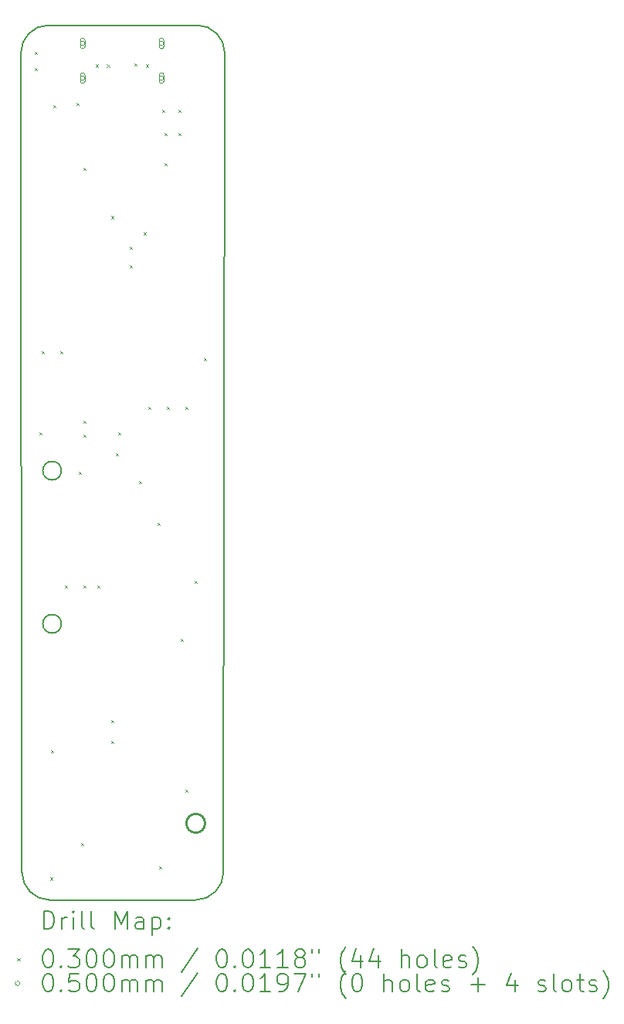
<source format=gbr>
%TF.GenerationSoftware,KiCad,Pcbnew,9.0.3*%
%TF.CreationDate,2025-09-25T22:47:42-04:00*%
%TF.ProjectId,Photon,50686f74-6f6e-42e6-9b69-6361645f7063,1.3*%
%TF.SameCoordinates,Original*%
%TF.FileFunction,Drillmap*%
%TF.FilePolarity,Positive*%
%FSLAX45Y45*%
G04 Gerber Fmt 4.5, Leading zero omitted, Abs format (unit mm)*
G04 Created by KiCad (PCBNEW 9.0.3) date 2025-09-25 22:47:42*
%MOMM*%
%LPD*%
G01*
G04 APERTURE LIST*
%ADD10C,0.200000*%
%ADD11C,0.250000*%
%ADD12C,0.100000*%
G04 APERTURE END LIST*
D10*
X4191000Y-11277600D02*
X4177926Y-2311400D01*
X4622800Y-6883400D02*
G75*
G02*
X4419600Y-6883400I-101600J0D01*
G01*
X4419600Y-6883400D02*
G75*
G02*
X4622800Y-6883400I101600J0D01*
G01*
X6109074Y-2006600D02*
G75*
G02*
X6413870Y-2311400I-4J-304800D01*
G01*
X6413870Y-2311400D02*
X6400800Y-11277600D01*
X6096000Y-11582400D02*
X4495800Y-11582400D01*
X4622800Y-8559800D02*
G75*
G02*
X4419600Y-8559800I-101600J0D01*
G01*
X4419600Y-8559800D02*
G75*
G02*
X4622800Y-8559800I101600J0D01*
G01*
X4177926Y-2311400D02*
G75*
G02*
X4482726Y-2006596I304804J0D01*
G01*
X6400800Y-11277600D02*
G75*
G02*
X6096000Y-11582400I-304800J0D01*
G01*
X4482726Y-2006600D02*
X6109074Y-2006600D01*
X4495800Y-11582400D02*
G75*
G02*
X4191000Y-11277600I0J304800D01*
G01*
D11*
X6198150Y-10744200D02*
G75*
G02*
X5993849Y-10744200I-102151J0D01*
G01*
X5993849Y-10744200D02*
G75*
G02*
X6198150Y-10744200I102151J0D01*
G01*
D10*
D12*
X4328400Y-2296400D02*
X4358400Y-2326400D01*
X4358400Y-2296400D02*
X4328400Y-2326400D01*
X4328400Y-2474200D02*
X4358400Y-2504200D01*
X4358400Y-2474200D02*
X4328400Y-2504200D01*
X4379200Y-6462000D02*
X4409200Y-6492000D01*
X4409200Y-6462000D02*
X4379200Y-6492000D01*
X4404600Y-5573000D02*
X4434600Y-5603000D01*
X4434600Y-5573000D02*
X4404600Y-5603000D01*
X4499900Y-11332500D02*
X4529900Y-11362500D01*
X4529900Y-11332500D02*
X4499900Y-11362500D01*
X4506200Y-9941800D02*
X4536200Y-9971800D01*
X4536200Y-9941800D02*
X4506200Y-9971800D01*
X4531600Y-2880600D02*
X4561600Y-2910600D01*
X4561600Y-2880600D02*
X4531600Y-2910600D01*
X4607800Y-5573000D02*
X4637800Y-5603000D01*
X4637800Y-5573000D02*
X4607800Y-5603000D01*
X4658600Y-8138400D02*
X4688600Y-8168400D01*
X4688600Y-8138400D02*
X4658600Y-8168400D01*
X4785600Y-2855200D02*
X4815600Y-2885200D01*
X4815600Y-2855200D02*
X4785600Y-2885200D01*
X4811000Y-6893800D02*
X4841000Y-6923800D01*
X4841000Y-6893800D02*
X4811000Y-6923800D01*
X4836400Y-10957800D02*
X4866400Y-10987800D01*
X4866400Y-10957800D02*
X4836400Y-10987800D01*
X4861800Y-3566400D02*
X4891800Y-3596400D01*
X4891800Y-3566400D02*
X4861800Y-3596400D01*
X4861800Y-6335000D02*
X4891800Y-6365000D01*
X4891800Y-6335000D02*
X4861800Y-6365000D01*
X4861800Y-6487400D02*
X4891800Y-6517400D01*
X4891800Y-6487400D02*
X4861800Y-6517400D01*
X4861800Y-8138400D02*
X4891800Y-8168400D01*
X4891800Y-8138400D02*
X4861800Y-8168400D01*
X4997880Y-2437600D02*
X5027880Y-2467600D01*
X5027880Y-2437600D02*
X4997880Y-2467600D01*
X5014200Y-8138400D02*
X5044200Y-8168400D01*
X5044200Y-8138400D02*
X5014200Y-8168400D01*
X5120880Y-2437600D02*
X5150880Y-2467600D01*
X5150880Y-2437600D02*
X5120880Y-2467600D01*
X5166600Y-4093500D02*
X5196600Y-4123500D01*
X5196600Y-4093500D02*
X5166600Y-4123500D01*
X5166600Y-9611600D02*
X5196600Y-9641600D01*
X5196600Y-9611600D02*
X5166600Y-9641600D01*
X5166600Y-9840200D02*
X5196600Y-9870200D01*
X5196600Y-9840200D02*
X5166600Y-9870200D01*
X5217400Y-6690600D02*
X5247400Y-6720600D01*
X5247400Y-6690600D02*
X5217400Y-6720600D01*
X5242800Y-6462000D02*
X5272800Y-6492000D01*
X5272800Y-6462000D02*
X5242800Y-6492000D01*
X5369800Y-4430000D02*
X5399800Y-4460000D01*
X5399800Y-4430000D02*
X5369800Y-4460000D01*
X5369800Y-4633200D02*
X5399800Y-4663200D01*
X5399800Y-4633200D02*
X5369800Y-4663200D01*
X5420600Y-2423400D02*
X5450600Y-2453400D01*
X5450600Y-2423400D02*
X5420600Y-2453400D01*
X5471400Y-6995400D02*
X5501400Y-7025400D01*
X5501400Y-6995400D02*
X5471400Y-7025400D01*
X5522200Y-4271300D02*
X5552200Y-4301300D01*
X5552200Y-4271300D02*
X5522200Y-4301300D01*
X5547600Y-2437600D02*
X5577600Y-2467600D01*
X5577600Y-2437600D02*
X5547600Y-2467600D01*
X5573000Y-6182600D02*
X5603000Y-6212600D01*
X5603000Y-6182600D02*
X5573000Y-6212600D01*
X5674600Y-7452600D02*
X5704600Y-7482600D01*
X5704600Y-7452600D02*
X5674600Y-7482600D01*
X5690700Y-11211800D02*
X5720700Y-11241800D01*
X5720700Y-11211800D02*
X5690700Y-11241800D01*
X5725400Y-2931400D02*
X5755400Y-2961400D01*
X5755400Y-2931400D02*
X5725400Y-2961400D01*
X5750800Y-3185400D02*
X5780800Y-3215400D01*
X5780800Y-3185400D02*
X5750800Y-3215400D01*
X5750800Y-3515600D02*
X5780800Y-3545600D01*
X5780800Y-3515600D02*
X5750800Y-3545600D01*
X5776200Y-6182600D02*
X5806200Y-6212600D01*
X5806200Y-6182600D02*
X5776200Y-6212600D01*
X5903200Y-2931400D02*
X5933200Y-2961400D01*
X5933200Y-2931400D02*
X5903200Y-2961400D01*
X5903200Y-3185400D02*
X5933200Y-3215400D01*
X5933200Y-3185400D02*
X5903200Y-3215400D01*
X5928600Y-8722600D02*
X5958600Y-8752600D01*
X5958600Y-8722600D02*
X5928600Y-8752600D01*
X5979400Y-6182600D02*
X6009400Y-6212600D01*
X6009400Y-6182600D02*
X5979400Y-6212600D01*
X5979400Y-10373600D02*
X6009400Y-10403600D01*
X6009400Y-10373600D02*
X5979400Y-10403600D01*
X6081000Y-8087600D02*
X6111000Y-8117600D01*
X6111000Y-8087600D02*
X6081000Y-8117600D01*
X6182600Y-5649200D02*
X6212600Y-5679200D01*
X6212600Y-5649200D02*
X6182600Y-5679200D01*
X4880880Y-2206000D02*
G75*
G02*
X4830880Y-2206000I-25000J0D01*
G01*
X4830880Y-2206000D02*
G75*
G02*
X4880880Y-2206000I25000J0D01*
G01*
X4880880Y-2241000D02*
X4880880Y-2171000D01*
X4830880Y-2171000D02*
G75*
G02*
X4880880Y-2171000I25000J0D01*
G01*
X4830880Y-2171000D02*
X4830880Y-2241000D01*
X4830880Y-2241000D02*
G75*
G03*
X4880880Y-2241000I25000J0D01*
G01*
X4880880Y-2586000D02*
G75*
G02*
X4830880Y-2586000I-25000J0D01*
G01*
X4830880Y-2586000D02*
G75*
G02*
X4880880Y-2586000I25000J0D01*
G01*
X4880880Y-2621000D02*
X4880880Y-2551000D01*
X4830880Y-2551000D02*
G75*
G02*
X4880880Y-2551000I25000J0D01*
G01*
X4830880Y-2551000D02*
X4830880Y-2621000D01*
X4830880Y-2621000D02*
G75*
G03*
X4880880Y-2621000I25000J0D01*
G01*
X5744880Y-2206000D02*
G75*
G02*
X5694880Y-2206000I-25000J0D01*
G01*
X5694880Y-2206000D02*
G75*
G02*
X5744880Y-2206000I25000J0D01*
G01*
X5744880Y-2241000D02*
X5744880Y-2171000D01*
X5694880Y-2171000D02*
G75*
G02*
X5744880Y-2171000I25000J0D01*
G01*
X5694880Y-2171000D02*
X5694880Y-2241000D01*
X5694880Y-2241000D02*
G75*
G03*
X5744880Y-2241000I25000J0D01*
G01*
X5744880Y-2586000D02*
G75*
G02*
X5694880Y-2586000I-25000J0D01*
G01*
X5694880Y-2586000D02*
G75*
G02*
X5744880Y-2586000I25000J0D01*
G01*
X5744880Y-2621000D02*
X5744880Y-2551000D01*
X5694880Y-2551000D02*
G75*
G02*
X5744880Y-2551000I25000J0D01*
G01*
X5694880Y-2551000D02*
X5694880Y-2621000D01*
X5694880Y-2621000D02*
G75*
G03*
X5744880Y-2621000I25000J0D01*
G01*
D10*
X4428703Y-11903884D02*
X4428703Y-11703884D01*
X4428703Y-11703884D02*
X4476322Y-11703884D01*
X4476322Y-11703884D02*
X4504893Y-11713408D01*
X4504893Y-11713408D02*
X4523941Y-11732455D01*
X4523941Y-11732455D02*
X4533465Y-11751503D01*
X4533465Y-11751503D02*
X4542989Y-11789598D01*
X4542989Y-11789598D02*
X4542989Y-11818169D01*
X4542989Y-11818169D02*
X4533465Y-11856265D01*
X4533465Y-11856265D02*
X4523941Y-11875312D01*
X4523941Y-11875312D02*
X4504893Y-11894360D01*
X4504893Y-11894360D02*
X4476322Y-11903884D01*
X4476322Y-11903884D02*
X4428703Y-11903884D01*
X4628703Y-11903884D02*
X4628703Y-11770550D01*
X4628703Y-11808646D02*
X4638227Y-11789598D01*
X4638227Y-11789598D02*
X4647751Y-11780074D01*
X4647751Y-11780074D02*
X4666798Y-11770550D01*
X4666798Y-11770550D02*
X4685846Y-11770550D01*
X4752512Y-11903884D02*
X4752512Y-11770550D01*
X4752512Y-11703884D02*
X4742989Y-11713408D01*
X4742989Y-11713408D02*
X4752512Y-11722931D01*
X4752512Y-11722931D02*
X4762036Y-11713408D01*
X4762036Y-11713408D02*
X4752512Y-11703884D01*
X4752512Y-11703884D02*
X4752512Y-11722931D01*
X4876322Y-11903884D02*
X4857274Y-11894360D01*
X4857274Y-11894360D02*
X4847751Y-11875312D01*
X4847751Y-11875312D02*
X4847751Y-11703884D01*
X4981084Y-11903884D02*
X4962036Y-11894360D01*
X4962036Y-11894360D02*
X4952512Y-11875312D01*
X4952512Y-11875312D02*
X4952512Y-11703884D01*
X5209655Y-11903884D02*
X5209655Y-11703884D01*
X5209655Y-11703884D02*
X5276322Y-11846741D01*
X5276322Y-11846741D02*
X5342989Y-11703884D01*
X5342989Y-11703884D02*
X5342989Y-11903884D01*
X5523941Y-11903884D02*
X5523941Y-11799122D01*
X5523941Y-11799122D02*
X5514417Y-11780074D01*
X5514417Y-11780074D02*
X5495370Y-11770550D01*
X5495370Y-11770550D02*
X5457274Y-11770550D01*
X5457274Y-11770550D02*
X5438227Y-11780074D01*
X5523941Y-11894360D02*
X5504893Y-11903884D01*
X5504893Y-11903884D02*
X5457274Y-11903884D01*
X5457274Y-11903884D02*
X5438227Y-11894360D01*
X5438227Y-11894360D02*
X5428703Y-11875312D01*
X5428703Y-11875312D02*
X5428703Y-11856265D01*
X5428703Y-11856265D02*
X5438227Y-11837217D01*
X5438227Y-11837217D02*
X5457274Y-11827693D01*
X5457274Y-11827693D02*
X5504893Y-11827693D01*
X5504893Y-11827693D02*
X5523941Y-11818169D01*
X5619179Y-11770550D02*
X5619179Y-11970550D01*
X5619179Y-11780074D02*
X5638227Y-11770550D01*
X5638227Y-11770550D02*
X5676322Y-11770550D01*
X5676322Y-11770550D02*
X5695370Y-11780074D01*
X5695370Y-11780074D02*
X5704893Y-11789598D01*
X5704893Y-11789598D02*
X5714417Y-11808646D01*
X5714417Y-11808646D02*
X5714417Y-11865788D01*
X5714417Y-11865788D02*
X5704893Y-11884836D01*
X5704893Y-11884836D02*
X5695370Y-11894360D01*
X5695370Y-11894360D02*
X5676322Y-11903884D01*
X5676322Y-11903884D02*
X5638227Y-11903884D01*
X5638227Y-11903884D02*
X5619179Y-11894360D01*
X5800131Y-11884836D02*
X5809655Y-11894360D01*
X5809655Y-11894360D02*
X5800131Y-11903884D01*
X5800131Y-11903884D02*
X5790608Y-11894360D01*
X5790608Y-11894360D02*
X5800131Y-11884836D01*
X5800131Y-11884836D02*
X5800131Y-11903884D01*
X5800131Y-11780074D02*
X5809655Y-11789598D01*
X5809655Y-11789598D02*
X5800131Y-11799122D01*
X5800131Y-11799122D02*
X5790608Y-11789598D01*
X5790608Y-11789598D02*
X5800131Y-11780074D01*
X5800131Y-11780074D02*
X5800131Y-11799122D01*
D12*
X4137926Y-12217400D02*
X4167926Y-12247400D01*
X4167926Y-12217400D02*
X4137926Y-12247400D01*
D10*
X4466798Y-12123884D02*
X4485846Y-12123884D01*
X4485846Y-12123884D02*
X4504893Y-12133408D01*
X4504893Y-12133408D02*
X4514417Y-12142931D01*
X4514417Y-12142931D02*
X4523941Y-12161979D01*
X4523941Y-12161979D02*
X4533465Y-12200074D01*
X4533465Y-12200074D02*
X4533465Y-12247693D01*
X4533465Y-12247693D02*
X4523941Y-12285788D01*
X4523941Y-12285788D02*
X4514417Y-12304836D01*
X4514417Y-12304836D02*
X4504893Y-12314360D01*
X4504893Y-12314360D02*
X4485846Y-12323884D01*
X4485846Y-12323884D02*
X4466798Y-12323884D01*
X4466798Y-12323884D02*
X4447751Y-12314360D01*
X4447751Y-12314360D02*
X4438227Y-12304836D01*
X4438227Y-12304836D02*
X4428703Y-12285788D01*
X4428703Y-12285788D02*
X4419179Y-12247693D01*
X4419179Y-12247693D02*
X4419179Y-12200074D01*
X4419179Y-12200074D02*
X4428703Y-12161979D01*
X4428703Y-12161979D02*
X4438227Y-12142931D01*
X4438227Y-12142931D02*
X4447751Y-12133408D01*
X4447751Y-12133408D02*
X4466798Y-12123884D01*
X4619179Y-12304836D02*
X4628703Y-12314360D01*
X4628703Y-12314360D02*
X4619179Y-12323884D01*
X4619179Y-12323884D02*
X4609655Y-12314360D01*
X4609655Y-12314360D02*
X4619179Y-12304836D01*
X4619179Y-12304836D02*
X4619179Y-12323884D01*
X4695370Y-12123884D02*
X4819179Y-12123884D01*
X4819179Y-12123884D02*
X4752512Y-12200074D01*
X4752512Y-12200074D02*
X4781084Y-12200074D01*
X4781084Y-12200074D02*
X4800132Y-12209598D01*
X4800132Y-12209598D02*
X4809655Y-12219122D01*
X4809655Y-12219122D02*
X4819179Y-12238169D01*
X4819179Y-12238169D02*
X4819179Y-12285788D01*
X4819179Y-12285788D02*
X4809655Y-12304836D01*
X4809655Y-12304836D02*
X4800132Y-12314360D01*
X4800132Y-12314360D02*
X4781084Y-12323884D01*
X4781084Y-12323884D02*
X4723941Y-12323884D01*
X4723941Y-12323884D02*
X4704893Y-12314360D01*
X4704893Y-12314360D02*
X4695370Y-12304836D01*
X4942989Y-12123884D02*
X4962036Y-12123884D01*
X4962036Y-12123884D02*
X4981084Y-12133408D01*
X4981084Y-12133408D02*
X4990608Y-12142931D01*
X4990608Y-12142931D02*
X5000132Y-12161979D01*
X5000132Y-12161979D02*
X5009655Y-12200074D01*
X5009655Y-12200074D02*
X5009655Y-12247693D01*
X5009655Y-12247693D02*
X5000132Y-12285788D01*
X5000132Y-12285788D02*
X4990608Y-12304836D01*
X4990608Y-12304836D02*
X4981084Y-12314360D01*
X4981084Y-12314360D02*
X4962036Y-12323884D01*
X4962036Y-12323884D02*
X4942989Y-12323884D01*
X4942989Y-12323884D02*
X4923941Y-12314360D01*
X4923941Y-12314360D02*
X4914417Y-12304836D01*
X4914417Y-12304836D02*
X4904893Y-12285788D01*
X4904893Y-12285788D02*
X4895370Y-12247693D01*
X4895370Y-12247693D02*
X4895370Y-12200074D01*
X4895370Y-12200074D02*
X4904893Y-12161979D01*
X4904893Y-12161979D02*
X4914417Y-12142931D01*
X4914417Y-12142931D02*
X4923941Y-12133408D01*
X4923941Y-12133408D02*
X4942989Y-12123884D01*
X5133465Y-12123884D02*
X5152513Y-12123884D01*
X5152513Y-12123884D02*
X5171560Y-12133408D01*
X5171560Y-12133408D02*
X5181084Y-12142931D01*
X5181084Y-12142931D02*
X5190608Y-12161979D01*
X5190608Y-12161979D02*
X5200132Y-12200074D01*
X5200132Y-12200074D02*
X5200132Y-12247693D01*
X5200132Y-12247693D02*
X5190608Y-12285788D01*
X5190608Y-12285788D02*
X5181084Y-12304836D01*
X5181084Y-12304836D02*
X5171560Y-12314360D01*
X5171560Y-12314360D02*
X5152513Y-12323884D01*
X5152513Y-12323884D02*
X5133465Y-12323884D01*
X5133465Y-12323884D02*
X5114417Y-12314360D01*
X5114417Y-12314360D02*
X5104893Y-12304836D01*
X5104893Y-12304836D02*
X5095370Y-12285788D01*
X5095370Y-12285788D02*
X5085846Y-12247693D01*
X5085846Y-12247693D02*
X5085846Y-12200074D01*
X5085846Y-12200074D02*
X5095370Y-12161979D01*
X5095370Y-12161979D02*
X5104893Y-12142931D01*
X5104893Y-12142931D02*
X5114417Y-12133408D01*
X5114417Y-12133408D02*
X5133465Y-12123884D01*
X5285846Y-12323884D02*
X5285846Y-12190550D01*
X5285846Y-12209598D02*
X5295370Y-12200074D01*
X5295370Y-12200074D02*
X5314417Y-12190550D01*
X5314417Y-12190550D02*
X5342989Y-12190550D01*
X5342989Y-12190550D02*
X5362036Y-12200074D01*
X5362036Y-12200074D02*
X5371560Y-12219122D01*
X5371560Y-12219122D02*
X5371560Y-12323884D01*
X5371560Y-12219122D02*
X5381084Y-12200074D01*
X5381084Y-12200074D02*
X5400132Y-12190550D01*
X5400132Y-12190550D02*
X5428703Y-12190550D01*
X5428703Y-12190550D02*
X5447751Y-12200074D01*
X5447751Y-12200074D02*
X5457274Y-12219122D01*
X5457274Y-12219122D02*
X5457274Y-12323884D01*
X5552513Y-12323884D02*
X5552513Y-12190550D01*
X5552513Y-12209598D02*
X5562036Y-12200074D01*
X5562036Y-12200074D02*
X5581084Y-12190550D01*
X5581084Y-12190550D02*
X5609655Y-12190550D01*
X5609655Y-12190550D02*
X5628703Y-12200074D01*
X5628703Y-12200074D02*
X5638227Y-12219122D01*
X5638227Y-12219122D02*
X5638227Y-12323884D01*
X5638227Y-12219122D02*
X5647751Y-12200074D01*
X5647751Y-12200074D02*
X5666798Y-12190550D01*
X5666798Y-12190550D02*
X5695370Y-12190550D01*
X5695370Y-12190550D02*
X5714417Y-12200074D01*
X5714417Y-12200074D02*
X5723941Y-12219122D01*
X5723941Y-12219122D02*
X5723941Y-12323884D01*
X6114417Y-12114360D02*
X5942989Y-12371503D01*
X6371560Y-12123884D02*
X6390608Y-12123884D01*
X6390608Y-12123884D02*
X6409655Y-12133408D01*
X6409655Y-12133408D02*
X6419179Y-12142931D01*
X6419179Y-12142931D02*
X6428703Y-12161979D01*
X6428703Y-12161979D02*
X6438227Y-12200074D01*
X6438227Y-12200074D02*
X6438227Y-12247693D01*
X6438227Y-12247693D02*
X6428703Y-12285788D01*
X6428703Y-12285788D02*
X6419179Y-12304836D01*
X6419179Y-12304836D02*
X6409655Y-12314360D01*
X6409655Y-12314360D02*
X6390608Y-12323884D01*
X6390608Y-12323884D02*
X6371560Y-12323884D01*
X6371560Y-12323884D02*
X6352513Y-12314360D01*
X6352513Y-12314360D02*
X6342989Y-12304836D01*
X6342989Y-12304836D02*
X6333465Y-12285788D01*
X6333465Y-12285788D02*
X6323941Y-12247693D01*
X6323941Y-12247693D02*
X6323941Y-12200074D01*
X6323941Y-12200074D02*
X6333465Y-12161979D01*
X6333465Y-12161979D02*
X6342989Y-12142931D01*
X6342989Y-12142931D02*
X6352513Y-12133408D01*
X6352513Y-12133408D02*
X6371560Y-12123884D01*
X6523941Y-12304836D02*
X6533465Y-12314360D01*
X6533465Y-12314360D02*
X6523941Y-12323884D01*
X6523941Y-12323884D02*
X6514417Y-12314360D01*
X6514417Y-12314360D02*
X6523941Y-12304836D01*
X6523941Y-12304836D02*
X6523941Y-12323884D01*
X6657274Y-12123884D02*
X6676322Y-12123884D01*
X6676322Y-12123884D02*
X6695370Y-12133408D01*
X6695370Y-12133408D02*
X6704894Y-12142931D01*
X6704894Y-12142931D02*
X6714417Y-12161979D01*
X6714417Y-12161979D02*
X6723941Y-12200074D01*
X6723941Y-12200074D02*
X6723941Y-12247693D01*
X6723941Y-12247693D02*
X6714417Y-12285788D01*
X6714417Y-12285788D02*
X6704894Y-12304836D01*
X6704894Y-12304836D02*
X6695370Y-12314360D01*
X6695370Y-12314360D02*
X6676322Y-12323884D01*
X6676322Y-12323884D02*
X6657274Y-12323884D01*
X6657274Y-12323884D02*
X6638227Y-12314360D01*
X6638227Y-12314360D02*
X6628703Y-12304836D01*
X6628703Y-12304836D02*
X6619179Y-12285788D01*
X6619179Y-12285788D02*
X6609655Y-12247693D01*
X6609655Y-12247693D02*
X6609655Y-12200074D01*
X6609655Y-12200074D02*
X6619179Y-12161979D01*
X6619179Y-12161979D02*
X6628703Y-12142931D01*
X6628703Y-12142931D02*
X6638227Y-12133408D01*
X6638227Y-12133408D02*
X6657274Y-12123884D01*
X6914417Y-12323884D02*
X6800132Y-12323884D01*
X6857274Y-12323884D02*
X6857274Y-12123884D01*
X6857274Y-12123884D02*
X6838227Y-12152455D01*
X6838227Y-12152455D02*
X6819179Y-12171503D01*
X6819179Y-12171503D02*
X6800132Y-12181027D01*
X7104894Y-12323884D02*
X6990608Y-12323884D01*
X7047751Y-12323884D02*
X7047751Y-12123884D01*
X7047751Y-12123884D02*
X7028703Y-12152455D01*
X7028703Y-12152455D02*
X7009655Y-12171503D01*
X7009655Y-12171503D02*
X6990608Y-12181027D01*
X7219179Y-12209598D02*
X7200132Y-12200074D01*
X7200132Y-12200074D02*
X7190608Y-12190550D01*
X7190608Y-12190550D02*
X7181084Y-12171503D01*
X7181084Y-12171503D02*
X7181084Y-12161979D01*
X7181084Y-12161979D02*
X7190608Y-12142931D01*
X7190608Y-12142931D02*
X7200132Y-12133408D01*
X7200132Y-12133408D02*
X7219179Y-12123884D01*
X7219179Y-12123884D02*
X7257275Y-12123884D01*
X7257275Y-12123884D02*
X7276322Y-12133408D01*
X7276322Y-12133408D02*
X7285846Y-12142931D01*
X7285846Y-12142931D02*
X7295370Y-12161979D01*
X7295370Y-12161979D02*
X7295370Y-12171503D01*
X7295370Y-12171503D02*
X7285846Y-12190550D01*
X7285846Y-12190550D02*
X7276322Y-12200074D01*
X7276322Y-12200074D02*
X7257275Y-12209598D01*
X7257275Y-12209598D02*
X7219179Y-12209598D01*
X7219179Y-12209598D02*
X7200132Y-12219122D01*
X7200132Y-12219122D02*
X7190608Y-12228646D01*
X7190608Y-12228646D02*
X7181084Y-12247693D01*
X7181084Y-12247693D02*
X7181084Y-12285788D01*
X7181084Y-12285788D02*
X7190608Y-12304836D01*
X7190608Y-12304836D02*
X7200132Y-12314360D01*
X7200132Y-12314360D02*
X7219179Y-12323884D01*
X7219179Y-12323884D02*
X7257275Y-12323884D01*
X7257275Y-12323884D02*
X7276322Y-12314360D01*
X7276322Y-12314360D02*
X7285846Y-12304836D01*
X7285846Y-12304836D02*
X7295370Y-12285788D01*
X7295370Y-12285788D02*
X7295370Y-12247693D01*
X7295370Y-12247693D02*
X7285846Y-12228646D01*
X7285846Y-12228646D02*
X7276322Y-12219122D01*
X7276322Y-12219122D02*
X7257275Y-12209598D01*
X7371560Y-12123884D02*
X7371560Y-12161979D01*
X7447751Y-12123884D02*
X7447751Y-12161979D01*
X7742989Y-12400074D02*
X7733465Y-12390550D01*
X7733465Y-12390550D02*
X7714417Y-12361979D01*
X7714417Y-12361979D02*
X7704894Y-12342931D01*
X7704894Y-12342931D02*
X7695370Y-12314360D01*
X7695370Y-12314360D02*
X7685846Y-12266741D01*
X7685846Y-12266741D02*
X7685846Y-12228646D01*
X7685846Y-12228646D02*
X7695370Y-12181027D01*
X7695370Y-12181027D02*
X7704894Y-12152455D01*
X7704894Y-12152455D02*
X7714417Y-12133408D01*
X7714417Y-12133408D02*
X7733465Y-12104836D01*
X7733465Y-12104836D02*
X7742989Y-12095312D01*
X7904894Y-12190550D02*
X7904894Y-12323884D01*
X7857275Y-12114360D02*
X7809656Y-12257217D01*
X7809656Y-12257217D02*
X7933465Y-12257217D01*
X8095370Y-12190550D02*
X8095370Y-12323884D01*
X8047751Y-12114360D02*
X8000132Y-12257217D01*
X8000132Y-12257217D02*
X8123941Y-12257217D01*
X8352513Y-12323884D02*
X8352513Y-12123884D01*
X8438227Y-12323884D02*
X8438227Y-12219122D01*
X8438227Y-12219122D02*
X8428703Y-12200074D01*
X8428703Y-12200074D02*
X8409656Y-12190550D01*
X8409656Y-12190550D02*
X8381084Y-12190550D01*
X8381084Y-12190550D02*
X8362037Y-12200074D01*
X8362037Y-12200074D02*
X8352513Y-12209598D01*
X8562037Y-12323884D02*
X8542989Y-12314360D01*
X8542989Y-12314360D02*
X8533465Y-12304836D01*
X8533465Y-12304836D02*
X8523941Y-12285788D01*
X8523941Y-12285788D02*
X8523941Y-12228646D01*
X8523941Y-12228646D02*
X8533465Y-12209598D01*
X8533465Y-12209598D02*
X8542989Y-12200074D01*
X8542989Y-12200074D02*
X8562037Y-12190550D01*
X8562037Y-12190550D02*
X8590608Y-12190550D01*
X8590608Y-12190550D02*
X8609656Y-12200074D01*
X8609656Y-12200074D02*
X8619180Y-12209598D01*
X8619180Y-12209598D02*
X8628703Y-12228646D01*
X8628703Y-12228646D02*
X8628703Y-12285788D01*
X8628703Y-12285788D02*
X8619180Y-12304836D01*
X8619180Y-12304836D02*
X8609656Y-12314360D01*
X8609656Y-12314360D02*
X8590608Y-12323884D01*
X8590608Y-12323884D02*
X8562037Y-12323884D01*
X8742989Y-12323884D02*
X8723941Y-12314360D01*
X8723941Y-12314360D02*
X8714418Y-12295312D01*
X8714418Y-12295312D02*
X8714418Y-12123884D01*
X8895370Y-12314360D02*
X8876322Y-12323884D01*
X8876322Y-12323884D02*
X8838227Y-12323884D01*
X8838227Y-12323884D02*
X8819180Y-12314360D01*
X8819180Y-12314360D02*
X8809656Y-12295312D01*
X8809656Y-12295312D02*
X8809656Y-12219122D01*
X8809656Y-12219122D02*
X8819180Y-12200074D01*
X8819180Y-12200074D02*
X8838227Y-12190550D01*
X8838227Y-12190550D02*
X8876322Y-12190550D01*
X8876322Y-12190550D02*
X8895370Y-12200074D01*
X8895370Y-12200074D02*
X8904894Y-12219122D01*
X8904894Y-12219122D02*
X8904894Y-12238169D01*
X8904894Y-12238169D02*
X8809656Y-12257217D01*
X8981084Y-12314360D02*
X9000132Y-12323884D01*
X9000132Y-12323884D02*
X9038227Y-12323884D01*
X9038227Y-12323884D02*
X9057275Y-12314360D01*
X9057275Y-12314360D02*
X9066799Y-12295312D01*
X9066799Y-12295312D02*
X9066799Y-12285788D01*
X9066799Y-12285788D02*
X9057275Y-12266741D01*
X9057275Y-12266741D02*
X9038227Y-12257217D01*
X9038227Y-12257217D02*
X9009656Y-12257217D01*
X9009656Y-12257217D02*
X8990608Y-12247693D01*
X8990608Y-12247693D02*
X8981084Y-12228646D01*
X8981084Y-12228646D02*
X8981084Y-12219122D01*
X8981084Y-12219122D02*
X8990608Y-12200074D01*
X8990608Y-12200074D02*
X9009656Y-12190550D01*
X9009656Y-12190550D02*
X9038227Y-12190550D01*
X9038227Y-12190550D02*
X9057275Y-12200074D01*
X9133465Y-12400074D02*
X9142989Y-12390550D01*
X9142989Y-12390550D02*
X9162037Y-12361979D01*
X9162037Y-12361979D02*
X9171561Y-12342931D01*
X9171561Y-12342931D02*
X9181084Y-12314360D01*
X9181084Y-12314360D02*
X9190608Y-12266741D01*
X9190608Y-12266741D02*
X9190608Y-12228646D01*
X9190608Y-12228646D02*
X9181084Y-12181027D01*
X9181084Y-12181027D02*
X9171561Y-12152455D01*
X9171561Y-12152455D02*
X9162037Y-12133408D01*
X9162037Y-12133408D02*
X9142989Y-12104836D01*
X9142989Y-12104836D02*
X9133465Y-12095312D01*
D12*
X4167926Y-12496400D02*
G75*
G02*
X4117926Y-12496400I-25000J0D01*
G01*
X4117926Y-12496400D02*
G75*
G02*
X4167926Y-12496400I25000J0D01*
G01*
D10*
X4466798Y-12387884D02*
X4485846Y-12387884D01*
X4485846Y-12387884D02*
X4504893Y-12397408D01*
X4504893Y-12397408D02*
X4514417Y-12406931D01*
X4514417Y-12406931D02*
X4523941Y-12425979D01*
X4523941Y-12425979D02*
X4533465Y-12464074D01*
X4533465Y-12464074D02*
X4533465Y-12511693D01*
X4533465Y-12511693D02*
X4523941Y-12549788D01*
X4523941Y-12549788D02*
X4514417Y-12568836D01*
X4514417Y-12568836D02*
X4504893Y-12578360D01*
X4504893Y-12578360D02*
X4485846Y-12587884D01*
X4485846Y-12587884D02*
X4466798Y-12587884D01*
X4466798Y-12587884D02*
X4447751Y-12578360D01*
X4447751Y-12578360D02*
X4438227Y-12568836D01*
X4438227Y-12568836D02*
X4428703Y-12549788D01*
X4428703Y-12549788D02*
X4419179Y-12511693D01*
X4419179Y-12511693D02*
X4419179Y-12464074D01*
X4419179Y-12464074D02*
X4428703Y-12425979D01*
X4428703Y-12425979D02*
X4438227Y-12406931D01*
X4438227Y-12406931D02*
X4447751Y-12397408D01*
X4447751Y-12397408D02*
X4466798Y-12387884D01*
X4619179Y-12568836D02*
X4628703Y-12578360D01*
X4628703Y-12578360D02*
X4619179Y-12587884D01*
X4619179Y-12587884D02*
X4609655Y-12578360D01*
X4609655Y-12578360D02*
X4619179Y-12568836D01*
X4619179Y-12568836D02*
X4619179Y-12587884D01*
X4809655Y-12387884D02*
X4714417Y-12387884D01*
X4714417Y-12387884D02*
X4704893Y-12483122D01*
X4704893Y-12483122D02*
X4714417Y-12473598D01*
X4714417Y-12473598D02*
X4733465Y-12464074D01*
X4733465Y-12464074D02*
X4781084Y-12464074D01*
X4781084Y-12464074D02*
X4800132Y-12473598D01*
X4800132Y-12473598D02*
X4809655Y-12483122D01*
X4809655Y-12483122D02*
X4819179Y-12502169D01*
X4819179Y-12502169D02*
X4819179Y-12549788D01*
X4819179Y-12549788D02*
X4809655Y-12568836D01*
X4809655Y-12568836D02*
X4800132Y-12578360D01*
X4800132Y-12578360D02*
X4781084Y-12587884D01*
X4781084Y-12587884D02*
X4733465Y-12587884D01*
X4733465Y-12587884D02*
X4714417Y-12578360D01*
X4714417Y-12578360D02*
X4704893Y-12568836D01*
X4942989Y-12387884D02*
X4962036Y-12387884D01*
X4962036Y-12387884D02*
X4981084Y-12397408D01*
X4981084Y-12397408D02*
X4990608Y-12406931D01*
X4990608Y-12406931D02*
X5000132Y-12425979D01*
X5000132Y-12425979D02*
X5009655Y-12464074D01*
X5009655Y-12464074D02*
X5009655Y-12511693D01*
X5009655Y-12511693D02*
X5000132Y-12549788D01*
X5000132Y-12549788D02*
X4990608Y-12568836D01*
X4990608Y-12568836D02*
X4981084Y-12578360D01*
X4981084Y-12578360D02*
X4962036Y-12587884D01*
X4962036Y-12587884D02*
X4942989Y-12587884D01*
X4942989Y-12587884D02*
X4923941Y-12578360D01*
X4923941Y-12578360D02*
X4914417Y-12568836D01*
X4914417Y-12568836D02*
X4904893Y-12549788D01*
X4904893Y-12549788D02*
X4895370Y-12511693D01*
X4895370Y-12511693D02*
X4895370Y-12464074D01*
X4895370Y-12464074D02*
X4904893Y-12425979D01*
X4904893Y-12425979D02*
X4914417Y-12406931D01*
X4914417Y-12406931D02*
X4923941Y-12397408D01*
X4923941Y-12397408D02*
X4942989Y-12387884D01*
X5133465Y-12387884D02*
X5152513Y-12387884D01*
X5152513Y-12387884D02*
X5171560Y-12397408D01*
X5171560Y-12397408D02*
X5181084Y-12406931D01*
X5181084Y-12406931D02*
X5190608Y-12425979D01*
X5190608Y-12425979D02*
X5200132Y-12464074D01*
X5200132Y-12464074D02*
X5200132Y-12511693D01*
X5200132Y-12511693D02*
X5190608Y-12549788D01*
X5190608Y-12549788D02*
X5181084Y-12568836D01*
X5181084Y-12568836D02*
X5171560Y-12578360D01*
X5171560Y-12578360D02*
X5152513Y-12587884D01*
X5152513Y-12587884D02*
X5133465Y-12587884D01*
X5133465Y-12587884D02*
X5114417Y-12578360D01*
X5114417Y-12578360D02*
X5104893Y-12568836D01*
X5104893Y-12568836D02*
X5095370Y-12549788D01*
X5095370Y-12549788D02*
X5085846Y-12511693D01*
X5085846Y-12511693D02*
X5085846Y-12464074D01*
X5085846Y-12464074D02*
X5095370Y-12425979D01*
X5095370Y-12425979D02*
X5104893Y-12406931D01*
X5104893Y-12406931D02*
X5114417Y-12397408D01*
X5114417Y-12397408D02*
X5133465Y-12387884D01*
X5285846Y-12587884D02*
X5285846Y-12454550D01*
X5285846Y-12473598D02*
X5295370Y-12464074D01*
X5295370Y-12464074D02*
X5314417Y-12454550D01*
X5314417Y-12454550D02*
X5342989Y-12454550D01*
X5342989Y-12454550D02*
X5362036Y-12464074D01*
X5362036Y-12464074D02*
X5371560Y-12483122D01*
X5371560Y-12483122D02*
X5371560Y-12587884D01*
X5371560Y-12483122D02*
X5381084Y-12464074D01*
X5381084Y-12464074D02*
X5400132Y-12454550D01*
X5400132Y-12454550D02*
X5428703Y-12454550D01*
X5428703Y-12454550D02*
X5447751Y-12464074D01*
X5447751Y-12464074D02*
X5457274Y-12483122D01*
X5457274Y-12483122D02*
X5457274Y-12587884D01*
X5552513Y-12587884D02*
X5552513Y-12454550D01*
X5552513Y-12473598D02*
X5562036Y-12464074D01*
X5562036Y-12464074D02*
X5581084Y-12454550D01*
X5581084Y-12454550D02*
X5609655Y-12454550D01*
X5609655Y-12454550D02*
X5628703Y-12464074D01*
X5628703Y-12464074D02*
X5638227Y-12483122D01*
X5638227Y-12483122D02*
X5638227Y-12587884D01*
X5638227Y-12483122D02*
X5647751Y-12464074D01*
X5647751Y-12464074D02*
X5666798Y-12454550D01*
X5666798Y-12454550D02*
X5695370Y-12454550D01*
X5695370Y-12454550D02*
X5714417Y-12464074D01*
X5714417Y-12464074D02*
X5723941Y-12483122D01*
X5723941Y-12483122D02*
X5723941Y-12587884D01*
X6114417Y-12378360D02*
X5942989Y-12635503D01*
X6371560Y-12387884D02*
X6390608Y-12387884D01*
X6390608Y-12387884D02*
X6409655Y-12397408D01*
X6409655Y-12397408D02*
X6419179Y-12406931D01*
X6419179Y-12406931D02*
X6428703Y-12425979D01*
X6428703Y-12425979D02*
X6438227Y-12464074D01*
X6438227Y-12464074D02*
X6438227Y-12511693D01*
X6438227Y-12511693D02*
X6428703Y-12549788D01*
X6428703Y-12549788D02*
X6419179Y-12568836D01*
X6419179Y-12568836D02*
X6409655Y-12578360D01*
X6409655Y-12578360D02*
X6390608Y-12587884D01*
X6390608Y-12587884D02*
X6371560Y-12587884D01*
X6371560Y-12587884D02*
X6352513Y-12578360D01*
X6352513Y-12578360D02*
X6342989Y-12568836D01*
X6342989Y-12568836D02*
X6333465Y-12549788D01*
X6333465Y-12549788D02*
X6323941Y-12511693D01*
X6323941Y-12511693D02*
X6323941Y-12464074D01*
X6323941Y-12464074D02*
X6333465Y-12425979D01*
X6333465Y-12425979D02*
X6342989Y-12406931D01*
X6342989Y-12406931D02*
X6352513Y-12397408D01*
X6352513Y-12397408D02*
X6371560Y-12387884D01*
X6523941Y-12568836D02*
X6533465Y-12578360D01*
X6533465Y-12578360D02*
X6523941Y-12587884D01*
X6523941Y-12587884D02*
X6514417Y-12578360D01*
X6514417Y-12578360D02*
X6523941Y-12568836D01*
X6523941Y-12568836D02*
X6523941Y-12587884D01*
X6657274Y-12387884D02*
X6676322Y-12387884D01*
X6676322Y-12387884D02*
X6695370Y-12397408D01*
X6695370Y-12397408D02*
X6704894Y-12406931D01*
X6704894Y-12406931D02*
X6714417Y-12425979D01*
X6714417Y-12425979D02*
X6723941Y-12464074D01*
X6723941Y-12464074D02*
X6723941Y-12511693D01*
X6723941Y-12511693D02*
X6714417Y-12549788D01*
X6714417Y-12549788D02*
X6704894Y-12568836D01*
X6704894Y-12568836D02*
X6695370Y-12578360D01*
X6695370Y-12578360D02*
X6676322Y-12587884D01*
X6676322Y-12587884D02*
X6657274Y-12587884D01*
X6657274Y-12587884D02*
X6638227Y-12578360D01*
X6638227Y-12578360D02*
X6628703Y-12568836D01*
X6628703Y-12568836D02*
X6619179Y-12549788D01*
X6619179Y-12549788D02*
X6609655Y-12511693D01*
X6609655Y-12511693D02*
X6609655Y-12464074D01*
X6609655Y-12464074D02*
X6619179Y-12425979D01*
X6619179Y-12425979D02*
X6628703Y-12406931D01*
X6628703Y-12406931D02*
X6638227Y-12397408D01*
X6638227Y-12397408D02*
X6657274Y-12387884D01*
X6914417Y-12587884D02*
X6800132Y-12587884D01*
X6857274Y-12587884D02*
X6857274Y-12387884D01*
X6857274Y-12387884D02*
X6838227Y-12416455D01*
X6838227Y-12416455D02*
X6819179Y-12435503D01*
X6819179Y-12435503D02*
X6800132Y-12445027D01*
X7009655Y-12587884D02*
X7047751Y-12587884D01*
X7047751Y-12587884D02*
X7066798Y-12578360D01*
X7066798Y-12578360D02*
X7076322Y-12568836D01*
X7076322Y-12568836D02*
X7095370Y-12540265D01*
X7095370Y-12540265D02*
X7104894Y-12502169D01*
X7104894Y-12502169D02*
X7104894Y-12425979D01*
X7104894Y-12425979D02*
X7095370Y-12406931D01*
X7095370Y-12406931D02*
X7085846Y-12397408D01*
X7085846Y-12397408D02*
X7066798Y-12387884D01*
X7066798Y-12387884D02*
X7028703Y-12387884D01*
X7028703Y-12387884D02*
X7009655Y-12397408D01*
X7009655Y-12397408D02*
X7000132Y-12406931D01*
X7000132Y-12406931D02*
X6990608Y-12425979D01*
X6990608Y-12425979D02*
X6990608Y-12473598D01*
X6990608Y-12473598D02*
X7000132Y-12492646D01*
X7000132Y-12492646D02*
X7009655Y-12502169D01*
X7009655Y-12502169D02*
X7028703Y-12511693D01*
X7028703Y-12511693D02*
X7066798Y-12511693D01*
X7066798Y-12511693D02*
X7085846Y-12502169D01*
X7085846Y-12502169D02*
X7095370Y-12492646D01*
X7095370Y-12492646D02*
X7104894Y-12473598D01*
X7171560Y-12387884D02*
X7304894Y-12387884D01*
X7304894Y-12387884D02*
X7219179Y-12587884D01*
X7371560Y-12387884D02*
X7371560Y-12425979D01*
X7447751Y-12387884D02*
X7447751Y-12425979D01*
X7742989Y-12664074D02*
X7733465Y-12654550D01*
X7733465Y-12654550D02*
X7714417Y-12625979D01*
X7714417Y-12625979D02*
X7704894Y-12606931D01*
X7704894Y-12606931D02*
X7695370Y-12578360D01*
X7695370Y-12578360D02*
X7685846Y-12530741D01*
X7685846Y-12530741D02*
X7685846Y-12492646D01*
X7685846Y-12492646D02*
X7695370Y-12445027D01*
X7695370Y-12445027D02*
X7704894Y-12416455D01*
X7704894Y-12416455D02*
X7714417Y-12397408D01*
X7714417Y-12397408D02*
X7733465Y-12368836D01*
X7733465Y-12368836D02*
X7742989Y-12359312D01*
X7857275Y-12387884D02*
X7876322Y-12387884D01*
X7876322Y-12387884D02*
X7895370Y-12397408D01*
X7895370Y-12397408D02*
X7904894Y-12406931D01*
X7904894Y-12406931D02*
X7914417Y-12425979D01*
X7914417Y-12425979D02*
X7923941Y-12464074D01*
X7923941Y-12464074D02*
X7923941Y-12511693D01*
X7923941Y-12511693D02*
X7914417Y-12549788D01*
X7914417Y-12549788D02*
X7904894Y-12568836D01*
X7904894Y-12568836D02*
X7895370Y-12578360D01*
X7895370Y-12578360D02*
X7876322Y-12587884D01*
X7876322Y-12587884D02*
X7857275Y-12587884D01*
X7857275Y-12587884D02*
X7838227Y-12578360D01*
X7838227Y-12578360D02*
X7828703Y-12568836D01*
X7828703Y-12568836D02*
X7819179Y-12549788D01*
X7819179Y-12549788D02*
X7809656Y-12511693D01*
X7809656Y-12511693D02*
X7809656Y-12464074D01*
X7809656Y-12464074D02*
X7819179Y-12425979D01*
X7819179Y-12425979D02*
X7828703Y-12406931D01*
X7828703Y-12406931D02*
X7838227Y-12397408D01*
X7838227Y-12397408D02*
X7857275Y-12387884D01*
X8162037Y-12587884D02*
X8162037Y-12387884D01*
X8247751Y-12587884D02*
X8247751Y-12483122D01*
X8247751Y-12483122D02*
X8238227Y-12464074D01*
X8238227Y-12464074D02*
X8219179Y-12454550D01*
X8219179Y-12454550D02*
X8190608Y-12454550D01*
X8190608Y-12454550D02*
X8171560Y-12464074D01*
X8171560Y-12464074D02*
X8162037Y-12473598D01*
X8371560Y-12587884D02*
X8352513Y-12578360D01*
X8352513Y-12578360D02*
X8342989Y-12568836D01*
X8342989Y-12568836D02*
X8333465Y-12549788D01*
X8333465Y-12549788D02*
X8333465Y-12492646D01*
X8333465Y-12492646D02*
X8342989Y-12473598D01*
X8342989Y-12473598D02*
X8352513Y-12464074D01*
X8352513Y-12464074D02*
X8371560Y-12454550D01*
X8371560Y-12454550D02*
X8400132Y-12454550D01*
X8400132Y-12454550D02*
X8419180Y-12464074D01*
X8419180Y-12464074D02*
X8428703Y-12473598D01*
X8428703Y-12473598D02*
X8438227Y-12492646D01*
X8438227Y-12492646D02*
X8438227Y-12549788D01*
X8438227Y-12549788D02*
X8428703Y-12568836D01*
X8428703Y-12568836D02*
X8419180Y-12578360D01*
X8419180Y-12578360D02*
X8400132Y-12587884D01*
X8400132Y-12587884D02*
X8371560Y-12587884D01*
X8552513Y-12587884D02*
X8533465Y-12578360D01*
X8533465Y-12578360D02*
X8523941Y-12559312D01*
X8523941Y-12559312D02*
X8523941Y-12387884D01*
X8704894Y-12578360D02*
X8685846Y-12587884D01*
X8685846Y-12587884D02*
X8647751Y-12587884D01*
X8647751Y-12587884D02*
X8628703Y-12578360D01*
X8628703Y-12578360D02*
X8619180Y-12559312D01*
X8619180Y-12559312D02*
X8619180Y-12483122D01*
X8619180Y-12483122D02*
X8628703Y-12464074D01*
X8628703Y-12464074D02*
X8647751Y-12454550D01*
X8647751Y-12454550D02*
X8685846Y-12454550D01*
X8685846Y-12454550D02*
X8704894Y-12464074D01*
X8704894Y-12464074D02*
X8714418Y-12483122D01*
X8714418Y-12483122D02*
X8714418Y-12502169D01*
X8714418Y-12502169D02*
X8619180Y-12521217D01*
X8790608Y-12578360D02*
X8809656Y-12587884D01*
X8809656Y-12587884D02*
X8847751Y-12587884D01*
X8847751Y-12587884D02*
X8866799Y-12578360D01*
X8866799Y-12578360D02*
X8876322Y-12559312D01*
X8876322Y-12559312D02*
X8876322Y-12549788D01*
X8876322Y-12549788D02*
X8866799Y-12530741D01*
X8866799Y-12530741D02*
X8847751Y-12521217D01*
X8847751Y-12521217D02*
X8819180Y-12521217D01*
X8819180Y-12521217D02*
X8800132Y-12511693D01*
X8800132Y-12511693D02*
X8790608Y-12492646D01*
X8790608Y-12492646D02*
X8790608Y-12483122D01*
X8790608Y-12483122D02*
X8800132Y-12464074D01*
X8800132Y-12464074D02*
X8819180Y-12454550D01*
X8819180Y-12454550D02*
X8847751Y-12454550D01*
X8847751Y-12454550D02*
X8866799Y-12464074D01*
X9114418Y-12511693D02*
X9266799Y-12511693D01*
X9190608Y-12587884D02*
X9190608Y-12435503D01*
X9600132Y-12454550D02*
X9600132Y-12587884D01*
X9552513Y-12378360D02*
X9504894Y-12521217D01*
X9504894Y-12521217D02*
X9628703Y-12521217D01*
X9847751Y-12578360D02*
X9866799Y-12587884D01*
X9866799Y-12587884D02*
X9904894Y-12587884D01*
X9904894Y-12587884D02*
X9923942Y-12578360D01*
X9923942Y-12578360D02*
X9933465Y-12559312D01*
X9933465Y-12559312D02*
X9933465Y-12549788D01*
X9933465Y-12549788D02*
X9923942Y-12530741D01*
X9923942Y-12530741D02*
X9904894Y-12521217D01*
X9904894Y-12521217D02*
X9876323Y-12521217D01*
X9876323Y-12521217D02*
X9857275Y-12511693D01*
X9857275Y-12511693D02*
X9847751Y-12492646D01*
X9847751Y-12492646D02*
X9847751Y-12483122D01*
X9847751Y-12483122D02*
X9857275Y-12464074D01*
X9857275Y-12464074D02*
X9876323Y-12454550D01*
X9876323Y-12454550D02*
X9904894Y-12454550D01*
X9904894Y-12454550D02*
X9923942Y-12464074D01*
X10047751Y-12587884D02*
X10028704Y-12578360D01*
X10028704Y-12578360D02*
X10019180Y-12559312D01*
X10019180Y-12559312D02*
X10019180Y-12387884D01*
X10152513Y-12587884D02*
X10133465Y-12578360D01*
X10133465Y-12578360D02*
X10123942Y-12568836D01*
X10123942Y-12568836D02*
X10114418Y-12549788D01*
X10114418Y-12549788D02*
X10114418Y-12492646D01*
X10114418Y-12492646D02*
X10123942Y-12473598D01*
X10123942Y-12473598D02*
X10133465Y-12464074D01*
X10133465Y-12464074D02*
X10152513Y-12454550D01*
X10152513Y-12454550D02*
X10181085Y-12454550D01*
X10181085Y-12454550D02*
X10200132Y-12464074D01*
X10200132Y-12464074D02*
X10209656Y-12473598D01*
X10209656Y-12473598D02*
X10219180Y-12492646D01*
X10219180Y-12492646D02*
X10219180Y-12549788D01*
X10219180Y-12549788D02*
X10209656Y-12568836D01*
X10209656Y-12568836D02*
X10200132Y-12578360D01*
X10200132Y-12578360D02*
X10181085Y-12587884D01*
X10181085Y-12587884D02*
X10152513Y-12587884D01*
X10276323Y-12454550D02*
X10352513Y-12454550D01*
X10304894Y-12387884D02*
X10304894Y-12559312D01*
X10304894Y-12559312D02*
X10314418Y-12578360D01*
X10314418Y-12578360D02*
X10333465Y-12587884D01*
X10333465Y-12587884D02*
X10352513Y-12587884D01*
X10409656Y-12578360D02*
X10428704Y-12587884D01*
X10428704Y-12587884D02*
X10466799Y-12587884D01*
X10466799Y-12587884D02*
X10485846Y-12578360D01*
X10485846Y-12578360D02*
X10495370Y-12559312D01*
X10495370Y-12559312D02*
X10495370Y-12549788D01*
X10495370Y-12549788D02*
X10485846Y-12530741D01*
X10485846Y-12530741D02*
X10466799Y-12521217D01*
X10466799Y-12521217D02*
X10438227Y-12521217D01*
X10438227Y-12521217D02*
X10419180Y-12511693D01*
X10419180Y-12511693D02*
X10409656Y-12492646D01*
X10409656Y-12492646D02*
X10409656Y-12483122D01*
X10409656Y-12483122D02*
X10419180Y-12464074D01*
X10419180Y-12464074D02*
X10438227Y-12454550D01*
X10438227Y-12454550D02*
X10466799Y-12454550D01*
X10466799Y-12454550D02*
X10485846Y-12464074D01*
X10562037Y-12664074D02*
X10571561Y-12654550D01*
X10571561Y-12654550D02*
X10590608Y-12625979D01*
X10590608Y-12625979D02*
X10600132Y-12606931D01*
X10600132Y-12606931D02*
X10609656Y-12578360D01*
X10609656Y-12578360D02*
X10619180Y-12530741D01*
X10619180Y-12530741D02*
X10619180Y-12492646D01*
X10619180Y-12492646D02*
X10609656Y-12445027D01*
X10609656Y-12445027D02*
X10600132Y-12416455D01*
X10600132Y-12416455D02*
X10590608Y-12397408D01*
X10590608Y-12397408D02*
X10571561Y-12368836D01*
X10571561Y-12368836D02*
X10562037Y-12359312D01*
M02*

</source>
